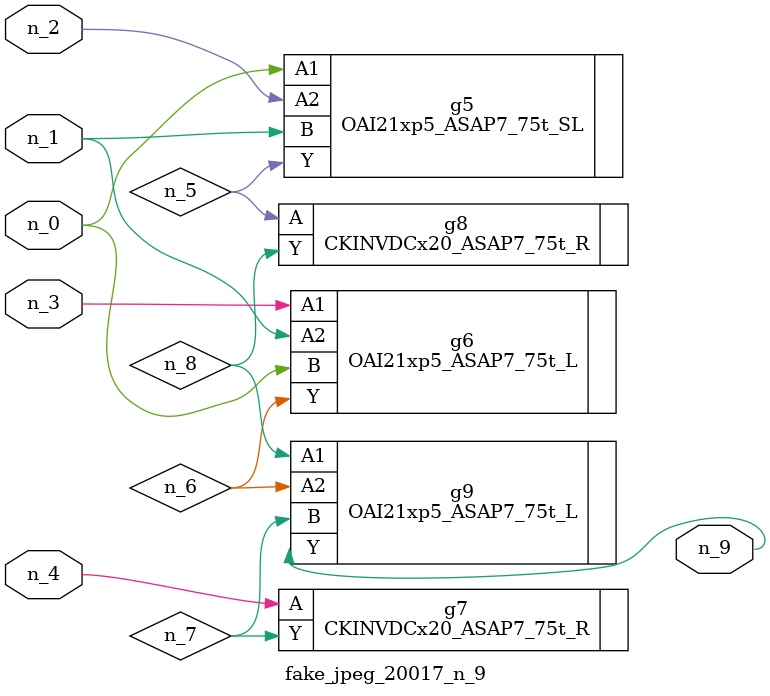
<source format=v>
module fake_jpeg_20017_n_9 (n_3, n_2, n_1, n_0, n_4, n_9);

input n_3;
input n_2;
input n_1;
input n_0;
input n_4;

output n_9;

wire n_8;
wire n_6;
wire n_5;
wire n_7;

OAI21xp5_ASAP7_75t_SL g5 ( 
.A1(n_0),
.A2(n_2),
.B(n_1),
.Y(n_5)
);

OAI21xp5_ASAP7_75t_L g6 ( 
.A1(n_3),
.A2(n_1),
.B(n_0),
.Y(n_6)
);

CKINVDCx20_ASAP7_75t_R g7 ( 
.A(n_4),
.Y(n_7)
);

CKINVDCx20_ASAP7_75t_R g8 ( 
.A(n_5),
.Y(n_8)
);

OAI21xp5_ASAP7_75t_L g9 ( 
.A1(n_8),
.A2(n_6),
.B(n_7),
.Y(n_9)
);


endmodule
</source>
